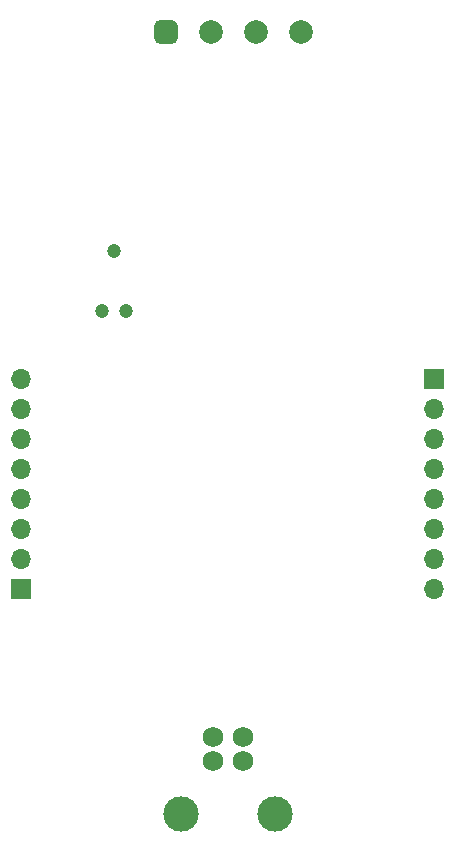
<source format=gbr>
%TF.GenerationSoftware,KiCad,Pcbnew,(6.0.10)*%
%TF.CreationDate,2023-02-16T14:40:38+00:00*%
%TF.ProjectId,Supplytest,53757070-6c79-4746-9573-742e6b696361,rev?*%
%TF.SameCoordinates,Original*%
%TF.FileFunction,Soldermask,Bot*%
%TF.FilePolarity,Negative*%
%FSLAX46Y46*%
G04 Gerber Fmt 4.6, Leading zero omitted, Abs format (unit mm)*
G04 Created by KiCad (PCBNEW (6.0.10)) date 2023-02-16 14:40:38*
%MOMM*%
%LPD*%
G01*
G04 APERTURE LIST*
G04 Aperture macros list*
%AMRoundRect*
0 Rectangle with rounded corners*
0 $1 Rounding radius*
0 $2 $3 $4 $5 $6 $7 $8 $9 X,Y pos of 4 corners*
0 Add a 4 corners polygon primitive as box body*
4,1,4,$2,$3,$4,$5,$6,$7,$8,$9,$2,$3,0*
0 Add four circle primitives for the rounded corners*
1,1,$1+$1,$2,$3*
1,1,$1+$1,$4,$5*
1,1,$1+$1,$6,$7*
1,1,$1+$1,$8,$9*
0 Add four rect primitives between the rounded corners*
20,1,$1+$1,$2,$3,$4,$5,0*
20,1,$1+$1,$4,$5,$6,$7,0*
20,1,$1+$1,$6,$7,$8,$9,0*
20,1,$1+$1,$8,$9,$2,$3,0*%
G04 Aperture macros list end*
%ADD10R,1.700000X1.700000*%
%ADD11O,1.700000X1.700000*%
%ADD12C,1.750000*%
%ADD13C,3.000000*%
%ADD14C,1.200000*%
%ADD15RoundRect,0.500000X-0.500000X-0.500000X0.500000X-0.500000X0.500000X0.500000X-0.500000X0.500000X0*%
%ADD16C,2.000000*%
G04 APERTURE END LIST*
D10*
%TO.C,J2*%
X224734286Y-90762500D03*
D11*
X224734286Y-93302500D03*
X224734286Y-95842500D03*
X224734286Y-98382500D03*
X224734286Y-100922500D03*
X224734286Y-103462500D03*
X224734286Y-106002500D03*
X224734286Y-108542500D03*
%TD*%
D10*
%TO.C,J1*%
X189734286Y-108512500D03*
D11*
X189734286Y-105972500D03*
X189734286Y-103432500D03*
X189734286Y-100892500D03*
X189734286Y-98352500D03*
X189734286Y-95812500D03*
X189734286Y-93272500D03*
X189734286Y-90732500D03*
%TD*%
D12*
%TO.C,J3*%
X208520000Y-121067500D03*
X206020000Y-121067500D03*
X206020000Y-123067500D03*
X208520000Y-123067500D03*
D13*
X203270000Y-127557500D03*
X211270000Y-127557500D03*
%TD*%
D14*
%TO.C,J5*%
X196594000Y-84942500D03*
X197610000Y-79862500D03*
X198626000Y-84942500D03*
%TD*%
D15*
%TO.C,J4*%
X201995000Y-61337500D03*
D16*
X205805000Y-61337500D03*
X209615000Y-61337500D03*
X213425000Y-61337500D03*
%TD*%
M02*

</source>
